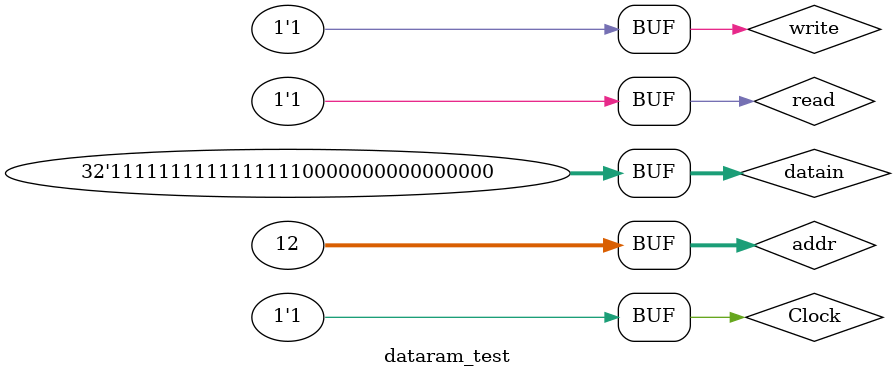
<source format=v>
`timescale 1ns / 1ps


module dataram_test;

	// Inputs
	reg Clock;
	reg [31:0] datain;
	reg [31:0] addr;
	reg write;
	reg read;

	// Outputs
	wire [31:0] dataout;

	// Instantiate the Unit Under Test (UUT)
	DATA_RAM uut (
		.Clock(Clock), 
		.dataout(dataout), 
		.datain(datain), 
		.addr(addr), 
		.write(write), 
		.read(read)
	);

	initial begin
		// Initialize Inputs
		Clock = 0;
		datain = 0;
		addr = 0;
		write = 0;
		read = 0;

		// Wait 100 ns for global reset to finish
		#100; Clock = ~Clock; read = 1; addr = 32'h00000004;
		#100; Clock = ~Clock; write = 1; datain = 32'h0000ffff;
		#100; Clock = ~Clock; addr = 32'h00000008;
		#100; Clock = ~Clock; read = 0;
      #100; Clock = ~Clock; datain = 32'hffff0000;
		#100; Clock = ~Clock; read = 1;
		#100; Clock = ~Clock; addr = 32'h0000000C;
		// Add stimulus here

	end
      
endmodule


</source>
